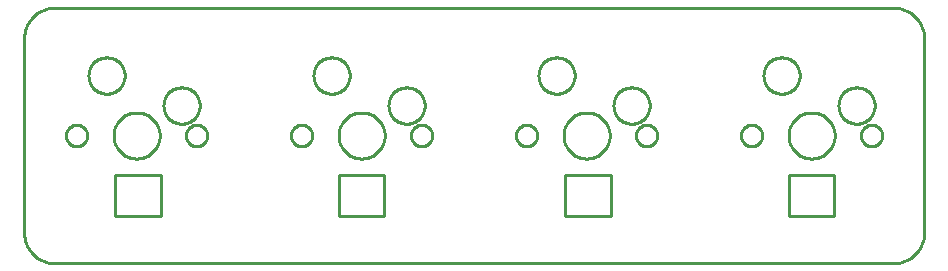
<source format=gbr>
G04 EAGLE Gerber RS-274X export*
G75*
%MOMM*%
%FSLAX34Y34*%
%LPD*%
%IN*%
%IPPOS*%
%AMOC8*
5,1,8,0,0,1.08239X$1,22.5*%
G01*
%ADD10C,0.254000*%


D10*
X0Y25400D02*
X97Y23186D01*
X386Y20989D01*
X865Y18826D01*
X1532Y16713D01*
X2380Y14666D01*
X3403Y12700D01*
X4594Y10831D01*
X5942Y9073D01*
X7440Y7440D01*
X9073Y5942D01*
X10831Y4594D01*
X12700Y3403D01*
X14666Y2380D01*
X16713Y1532D01*
X18826Y865D01*
X20989Y386D01*
X23186Y97D01*
X25400Y0D01*
X736600Y0D01*
X738814Y97D01*
X741011Y386D01*
X743174Y865D01*
X745287Y1532D01*
X747335Y2380D01*
X749300Y3403D01*
X751169Y4594D01*
X752927Y5942D01*
X754561Y7440D01*
X756058Y9073D01*
X757406Y10831D01*
X758597Y12700D01*
X759620Y14666D01*
X760468Y16713D01*
X761135Y18826D01*
X761614Y20989D01*
X761903Y23186D01*
X762000Y25400D01*
X762000Y190500D01*
X761903Y192714D01*
X761614Y194911D01*
X761135Y197074D01*
X760468Y199187D01*
X759620Y201235D01*
X758597Y203200D01*
X757406Y205069D01*
X756058Y206827D01*
X754561Y208461D01*
X752927Y209958D01*
X751169Y211306D01*
X749300Y212497D01*
X747335Y213520D01*
X745287Y214368D01*
X743174Y215035D01*
X741011Y215514D01*
X738814Y215803D01*
X736600Y215900D01*
X25400Y215900D01*
X23186Y215803D01*
X20989Y215514D01*
X18826Y215035D01*
X16713Y214368D01*
X14666Y213520D01*
X12700Y212497D01*
X10831Y211306D01*
X9073Y209958D01*
X7440Y208461D01*
X5942Y206827D01*
X4594Y205069D01*
X3403Y203200D01*
X2380Y201235D01*
X1532Y199187D01*
X865Y197074D01*
X386Y194911D01*
X97Y192714D01*
X0Y190500D01*
X0Y25400D01*
X77250Y39880D02*
X115790Y39880D01*
X115790Y74420D01*
X77250Y74420D01*
X77250Y39880D01*
X266480Y39880D02*
X305020Y39880D01*
X305020Y74420D01*
X266480Y74420D01*
X266480Y39880D01*
X647480Y39880D02*
X686020Y39880D01*
X686020Y74420D01*
X647480Y74420D01*
X647480Y39880D01*
X458250Y39880D02*
X496790Y39880D01*
X496790Y74420D01*
X458250Y74420D01*
X458250Y39880D01*
X75750Y107361D02*
X75821Y106184D01*
X75963Y105015D01*
X76176Y103855D01*
X76458Y102711D01*
X76808Y101586D01*
X77226Y100484D01*
X77710Y99410D01*
X78257Y98366D01*
X78867Y97358D01*
X79537Y96388D01*
X80263Y95460D01*
X81045Y94578D01*
X81878Y93745D01*
X82760Y92963D01*
X83688Y92237D01*
X84658Y91567D01*
X85666Y90957D01*
X86710Y90410D01*
X87784Y89926D01*
X88886Y89508D01*
X90011Y89158D01*
X91155Y88876D01*
X92315Y88663D01*
X93484Y88521D01*
X94661Y88450D01*
X95839Y88450D01*
X97016Y88521D01*
X98185Y88663D01*
X99345Y88876D01*
X100489Y89158D01*
X101614Y89508D01*
X102716Y89926D01*
X103790Y90410D01*
X104834Y90957D01*
X105842Y91567D01*
X106812Y92237D01*
X107740Y92963D01*
X108622Y93745D01*
X109455Y94578D01*
X110237Y95460D01*
X110963Y96388D01*
X111633Y97358D01*
X112243Y98366D01*
X112790Y99410D01*
X113274Y100484D01*
X113692Y101586D01*
X114042Y102711D01*
X114324Y103855D01*
X114537Y105015D01*
X114679Y106184D01*
X114750Y107361D01*
X114750Y108539D01*
X114679Y109716D01*
X114537Y110885D01*
X114324Y112045D01*
X114042Y113189D01*
X113692Y114314D01*
X113274Y115416D01*
X112790Y116490D01*
X112243Y117534D01*
X111633Y118542D01*
X110963Y119512D01*
X110237Y120440D01*
X109455Y121322D01*
X108622Y122155D01*
X107740Y122937D01*
X106812Y123663D01*
X105842Y124333D01*
X104834Y124943D01*
X103790Y125490D01*
X102716Y125974D01*
X101614Y126392D01*
X100489Y126742D01*
X99345Y127024D01*
X98185Y127237D01*
X97016Y127379D01*
X95839Y127450D01*
X94661Y127450D01*
X93484Y127379D01*
X92315Y127237D01*
X91155Y127024D01*
X90011Y126742D01*
X88886Y126392D01*
X87784Y125974D01*
X86710Y125490D01*
X85666Y124943D01*
X84658Y124333D01*
X83688Y123663D01*
X82760Y122937D01*
X81878Y122155D01*
X81045Y121322D01*
X80263Y120440D01*
X79537Y119512D01*
X78867Y118542D01*
X78257Y117534D01*
X77710Y116490D01*
X77226Y115416D01*
X76808Y114314D01*
X76458Y113189D01*
X76176Y112045D01*
X75963Y110885D01*
X75821Y109716D01*
X75750Y108539D01*
X75750Y107361D01*
X54533Y158203D02*
X54611Y157112D01*
X54766Y156029D01*
X54999Y154959D01*
X55307Y153910D01*
X55689Y152885D01*
X56144Y151889D01*
X56668Y150929D01*
X57260Y150009D01*
X57916Y149133D01*
X58632Y148306D01*
X59406Y147532D01*
X60233Y146816D01*
X61109Y146160D01*
X62029Y145568D01*
X62989Y145044D01*
X63985Y144589D01*
X65010Y144207D01*
X66059Y143899D01*
X67129Y143666D01*
X68212Y143511D01*
X69303Y143433D01*
X70397Y143433D01*
X71488Y143511D01*
X72571Y143666D01*
X73641Y143899D01*
X74690Y144207D01*
X75716Y144589D01*
X76711Y145044D01*
X77671Y145568D01*
X78592Y146160D01*
X79467Y146816D01*
X80294Y147532D01*
X81068Y148306D01*
X81784Y149133D01*
X82440Y150009D01*
X83032Y150929D01*
X83556Y151889D01*
X84011Y152885D01*
X84393Y153910D01*
X84701Y154959D01*
X84934Y156029D01*
X85089Y157112D01*
X85168Y158203D01*
X85168Y159297D01*
X85089Y160388D01*
X84934Y161471D01*
X84701Y162541D01*
X84393Y163590D01*
X84011Y164616D01*
X83556Y165611D01*
X83032Y166571D01*
X82440Y167492D01*
X81784Y168367D01*
X81068Y169194D01*
X80294Y169968D01*
X79467Y170684D01*
X78592Y171340D01*
X77671Y171932D01*
X76711Y172456D01*
X75716Y172911D01*
X74690Y173293D01*
X73641Y173601D01*
X72571Y173834D01*
X71488Y173989D01*
X70397Y174068D01*
X69303Y174068D01*
X68212Y173989D01*
X67129Y173834D01*
X66059Y173601D01*
X65010Y173293D01*
X63985Y172911D01*
X62989Y172456D01*
X62029Y171932D01*
X61109Y171340D01*
X60233Y170684D01*
X59406Y169968D01*
X58632Y169194D01*
X57916Y168367D01*
X57260Y167492D01*
X56668Y166571D01*
X56144Y165611D01*
X55689Y164616D01*
X55307Y163590D01*
X54999Y162541D01*
X54766Y161471D01*
X54611Y160388D01*
X54533Y159297D01*
X54533Y158203D01*
X118033Y132803D02*
X118111Y131712D01*
X118266Y130629D01*
X118499Y129559D01*
X118807Y128510D01*
X119189Y127485D01*
X119644Y126489D01*
X120168Y125529D01*
X120760Y124609D01*
X121416Y123733D01*
X122132Y122906D01*
X122906Y122132D01*
X123733Y121416D01*
X124609Y120760D01*
X125529Y120168D01*
X126489Y119644D01*
X127485Y119189D01*
X128510Y118807D01*
X129559Y118499D01*
X130629Y118266D01*
X131712Y118111D01*
X132803Y118033D01*
X133897Y118033D01*
X134988Y118111D01*
X136071Y118266D01*
X137141Y118499D01*
X138190Y118807D01*
X139216Y119189D01*
X140211Y119644D01*
X141171Y120168D01*
X142092Y120760D01*
X142967Y121416D01*
X143794Y122132D01*
X144568Y122906D01*
X145284Y123733D01*
X145940Y124609D01*
X146532Y125529D01*
X147056Y126489D01*
X147511Y127485D01*
X147893Y128510D01*
X148201Y129559D01*
X148434Y130629D01*
X148589Y131712D01*
X148668Y132803D01*
X148668Y133897D01*
X148589Y134988D01*
X148434Y136071D01*
X148201Y137141D01*
X147893Y138190D01*
X147511Y139216D01*
X147056Y140211D01*
X146532Y141171D01*
X145940Y142092D01*
X145284Y142967D01*
X144568Y143794D01*
X143794Y144568D01*
X142967Y145284D01*
X142092Y145940D01*
X141171Y146532D01*
X140211Y147056D01*
X139216Y147511D01*
X138190Y147893D01*
X137141Y148201D01*
X136071Y148434D01*
X134988Y148589D01*
X133897Y148668D01*
X132803Y148668D01*
X131712Y148589D01*
X130629Y148434D01*
X129559Y148201D01*
X128510Y147893D01*
X127485Y147511D01*
X126489Y147056D01*
X125529Y146532D01*
X124609Y145940D01*
X123733Y145284D01*
X122906Y144568D01*
X122132Y143794D01*
X121416Y142967D01*
X120760Y142092D01*
X120168Y141171D01*
X119644Y140211D01*
X119189Y139216D01*
X118807Y138190D01*
X118499Y137141D01*
X118266Y136071D01*
X118111Y134988D01*
X118033Y133897D01*
X118033Y132803D01*
X35383Y107554D02*
X35452Y106765D01*
X35589Y105986D01*
X35794Y105221D01*
X36065Y104477D01*
X36399Y103759D01*
X36795Y103073D01*
X37249Y102425D01*
X37758Y101818D01*
X38318Y101258D01*
X38925Y100749D01*
X39573Y100295D01*
X40259Y99899D01*
X40977Y99565D01*
X41721Y99294D01*
X42486Y99089D01*
X43265Y98952D01*
X44054Y98883D01*
X44846Y98883D01*
X45635Y98952D01*
X46414Y99089D01*
X47179Y99294D01*
X47923Y99565D01*
X48641Y99899D01*
X49327Y100295D01*
X49975Y100749D01*
X50582Y101258D01*
X51142Y101818D01*
X51651Y102425D01*
X52105Y103073D01*
X52501Y103759D01*
X52835Y104477D01*
X53106Y105221D01*
X53311Y105986D01*
X53449Y106765D01*
X53518Y107554D01*
X53518Y108346D01*
X53449Y109135D01*
X53311Y109914D01*
X53106Y110679D01*
X52835Y111423D01*
X52501Y112141D01*
X52105Y112827D01*
X51651Y113475D01*
X51142Y114082D01*
X50582Y114642D01*
X49975Y115151D01*
X49327Y115605D01*
X48641Y116001D01*
X47923Y116335D01*
X47179Y116606D01*
X46414Y116811D01*
X45635Y116949D01*
X44846Y117018D01*
X44054Y117018D01*
X43265Y116949D01*
X42486Y116811D01*
X41721Y116606D01*
X40977Y116335D01*
X40259Y116001D01*
X39573Y115605D01*
X38925Y115151D01*
X38318Y114642D01*
X37758Y114082D01*
X37249Y113475D01*
X36795Y112827D01*
X36399Y112141D01*
X36065Y111423D01*
X35794Y110679D01*
X35589Y109914D01*
X35452Y109135D01*
X35383Y108346D01*
X35383Y107554D01*
X136983Y107554D02*
X137052Y106765D01*
X137189Y105986D01*
X137394Y105221D01*
X137665Y104477D01*
X137999Y103759D01*
X138395Y103073D01*
X138849Y102425D01*
X139358Y101818D01*
X139918Y101258D01*
X140525Y100749D01*
X141173Y100295D01*
X141859Y99899D01*
X142577Y99565D01*
X143321Y99294D01*
X144086Y99089D01*
X144865Y98952D01*
X145654Y98883D01*
X146446Y98883D01*
X147235Y98952D01*
X148014Y99089D01*
X148779Y99294D01*
X149523Y99565D01*
X150241Y99899D01*
X150927Y100295D01*
X151575Y100749D01*
X152182Y101258D01*
X152742Y101818D01*
X153251Y102425D01*
X153705Y103073D01*
X154101Y103759D01*
X154435Y104477D01*
X154706Y105221D01*
X154911Y105986D01*
X155049Y106765D01*
X155118Y107554D01*
X155118Y108346D01*
X155049Y109135D01*
X154911Y109914D01*
X154706Y110679D01*
X154435Y111423D01*
X154101Y112141D01*
X153705Y112827D01*
X153251Y113475D01*
X152742Y114082D01*
X152182Y114642D01*
X151575Y115151D01*
X150927Y115605D01*
X150241Y116001D01*
X149523Y116335D01*
X148779Y116606D01*
X148014Y116811D01*
X147235Y116949D01*
X146446Y117018D01*
X145654Y117018D01*
X144865Y116949D01*
X144086Y116811D01*
X143321Y116606D01*
X142577Y116335D01*
X141859Y116001D01*
X141173Y115605D01*
X140525Y115151D01*
X139918Y114642D01*
X139358Y114082D01*
X138849Y113475D01*
X138395Y112827D01*
X137999Y112141D01*
X137665Y111423D01*
X137394Y110679D01*
X137189Y109914D01*
X137052Y109135D01*
X136983Y108346D01*
X136983Y107554D01*
X266250Y107361D02*
X266321Y106184D01*
X266463Y105015D01*
X266676Y103855D01*
X266958Y102711D01*
X267308Y101586D01*
X267726Y100484D01*
X268210Y99410D01*
X268757Y98366D01*
X269367Y97358D01*
X270037Y96388D01*
X270763Y95460D01*
X271545Y94578D01*
X272378Y93745D01*
X273260Y92963D01*
X274188Y92237D01*
X275158Y91567D01*
X276166Y90957D01*
X277210Y90410D01*
X278284Y89926D01*
X279386Y89508D01*
X280511Y89158D01*
X281655Y88876D01*
X282815Y88663D01*
X283984Y88521D01*
X285161Y88450D01*
X286339Y88450D01*
X287516Y88521D01*
X288685Y88663D01*
X289845Y88876D01*
X290989Y89158D01*
X292114Y89508D01*
X293216Y89926D01*
X294290Y90410D01*
X295334Y90957D01*
X296342Y91567D01*
X297312Y92237D01*
X298240Y92963D01*
X299122Y93745D01*
X299955Y94578D01*
X300737Y95460D01*
X301463Y96388D01*
X302133Y97358D01*
X302743Y98366D01*
X303290Y99410D01*
X303774Y100484D01*
X304192Y101586D01*
X304542Y102711D01*
X304824Y103855D01*
X305037Y105015D01*
X305179Y106184D01*
X305250Y107361D01*
X305250Y108539D01*
X305179Y109716D01*
X305037Y110885D01*
X304824Y112045D01*
X304542Y113189D01*
X304192Y114314D01*
X303774Y115416D01*
X303290Y116490D01*
X302743Y117534D01*
X302133Y118542D01*
X301463Y119512D01*
X300737Y120440D01*
X299955Y121322D01*
X299122Y122155D01*
X298240Y122937D01*
X297312Y123663D01*
X296342Y124333D01*
X295334Y124943D01*
X294290Y125490D01*
X293216Y125974D01*
X292114Y126392D01*
X290989Y126742D01*
X289845Y127024D01*
X288685Y127237D01*
X287516Y127379D01*
X286339Y127450D01*
X285161Y127450D01*
X283984Y127379D01*
X282815Y127237D01*
X281655Y127024D01*
X280511Y126742D01*
X279386Y126392D01*
X278284Y125974D01*
X277210Y125490D01*
X276166Y124943D01*
X275158Y124333D01*
X274188Y123663D01*
X273260Y122937D01*
X272378Y122155D01*
X271545Y121322D01*
X270763Y120440D01*
X270037Y119512D01*
X269367Y118542D01*
X268757Y117534D01*
X268210Y116490D01*
X267726Y115416D01*
X267308Y114314D01*
X266958Y113189D01*
X266676Y112045D01*
X266463Y110885D01*
X266321Y109716D01*
X266250Y108539D01*
X266250Y107361D01*
X245033Y158203D02*
X245111Y157112D01*
X245266Y156029D01*
X245499Y154959D01*
X245807Y153910D01*
X246189Y152885D01*
X246644Y151889D01*
X247168Y150929D01*
X247760Y150009D01*
X248416Y149133D01*
X249132Y148306D01*
X249906Y147532D01*
X250733Y146816D01*
X251609Y146160D01*
X252529Y145568D01*
X253489Y145044D01*
X254485Y144589D01*
X255510Y144207D01*
X256559Y143899D01*
X257629Y143666D01*
X258712Y143511D01*
X259803Y143433D01*
X260897Y143433D01*
X261988Y143511D01*
X263071Y143666D01*
X264141Y143899D01*
X265190Y144207D01*
X266216Y144589D01*
X267211Y145044D01*
X268171Y145568D01*
X269092Y146160D01*
X269967Y146816D01*
X270794Y147532D01*
X271568Y148306D01*
X272284Y149133D01*
X272940Y150009D01*
X273532Y150929D01*
X274056Y151889D01*
X274511Y152885D01*
X274893Y153910D01*
X275201Y154959D01*
X275434Y156029D01*
X275589Y157112D01*
X275668Y158203D01*
X275668Y159297D01*
X275589Y160388D01*
X275434Y161471D01*
X275201Y162541D01*
X274893Y163590D01*
X274511Y164616D01*
X274056Y165611D01*
X273532Y166571D01*
X272940Y167492D01*
X272284Y168367D01*
X271568Y169194D01*
X270794Y169968D01*
X269967Y170684D01*
X269092Y171340D01*
X268171Y171932D01*
X267211Y172456D01*
X266216Y172911D01*
X265190Y173293D01*
X264141Y173601D01*
X263071Y173834D01*
X261988Y173989D01*
X260897Y174068D01*
X259803Y174068D01*
X258712Y173989D01*
X257629Y173834D01*
X256559Y173601D01*
X255510Y173293D01*
X254485Y172911D01*
X253489Y172456D01*
X252529Y171932D01*
X251609Y171340D01*
X250733Y170684D01*
X249906Y169968D01*
X249132Y169194D01*
X248416Y168367D01*
X247760Y167492D01*
X247168Y166571D01*
X246644Y165611D01*
X246189Y164616D01*
X245807Y163590D01*
X245499Y162541D01*
X245266Y161471D01*
X245111Y160388D01*
X245033Y159297D01*
X245033Y158203D01*
X308533Y132803D02*
X308611Y131712D01*
X308766Y130629D01*
X308999Y129559D01*
X309307Y128510D01*
X309689Y127485D01*
X310144Y126489D01*
X310668Y125529D01*
X311260Y124609D01*
X311916Y123733D01*
X312632Y122906D01*
X313406Y122132D01*
X314233Y121416D01*
X315109Y120760D01*
X316029Y120168D01*
X316989Y119644D01*
X317985Y119189D01*
X319010Y118807D01*
X320059Y118499D01*
X321129Y118266D01*
X322212Y118111D01*
X323303Y118033D01*
X324397Y118033D01*
X325488Y118111D01*
X326571Y118266D01*
X327641Y118499D01*
X328690Y118807D01*
X329716Y119189D01*
X330711Y119644D01*
X331671Y120168D01*
X332592Y120760D01*
X333467Y121416D01*
X334294Y122132D01*
X335068Y122906D01*
X335784Y123733D01*
X336440Y124609D01*
X337032Y125529D01*
X337556Y126489D01*
X338011Y127485D01*
X338393Y128510D01*
X338701Y129559D01*
X338934Y130629D01*
X339089Y131712D01*
X339168Y132803D01*
X339168Y133897D01*
X339089Y134988D01*
X338934Y136071D01*
X338701Y137141D01*
X338393Y138190D01*
X338011Y139216D01*
X337556Y140211D01*
X337032Y141171D01*
X336440Y142092D01*
X335784Y142967D01*
X335068Y143794D01*
X334294Y144568D01*
X333467Y145284D01*
X332592Y145940D01*
X331671Y146532D01*
X330711Y147056D01*
X329716Y147511D01*
X328690Y147893D01*
X327641Y148201D01*
X326571Y148434D01*
X325488Y148589D01*
X324397Y148668D01*
X323303Y148668D01*
X322212Y148589D01*
X321129Y148434D01*
X320059Y148201D01*
X319010Y147893D01*
X317985Y147511D01*
X316989Y147056D01*
X316029Y146532D01*
X315109Y145940D01*
X314233Y145284D01*
X313406Y144568D01*
X312632Y143794D01*
X311916Y142967D01*
X311260Y142092D01*
X310668Y141171D01*
X310144Y140211D01*
X309689Y139216D01*
X309307Y138190D01*
X308999Y137141D01*
X308766Y136071D01*
X308611Y134988D01*
X308533Y133897D01*
X308533Y132803D01*
X225883Y107554D02*
X225952Y106765D01*
X226089Y105986D01*
X226294Y105221D01*
X226565Y104477D01*
X226899Y103759D01*
X227295Y103073D01*
X227749Y102425D01*
X228258Y101818D01*
X228818Y101258D01*
X229425Y100749D01*
X230073Y100295D01*
X230759Y99899D01*
X231477Y99565D01*
X232221Y99294D01*
X232986Y99089D01*
X233765Y98952D01*
X234554Y98883D01*
X235346Y98883D01*
X236135Y98952D01*
X236914Y99089D01*
X237679Y99294D01*
X238423Y99565D01*
X239141Y99899D01*
X239827Y100295D01*
X240475Y100749D01*
X241082Y101258D01*
X241642Y101818D01*
X242151Y102425D01*
X242605Y103073D01*
X243001Y103759D01*
X243335Y104477D01*
X243606Y105221D01*
X243811Y105986D01*
X243949Y106765D01*
X244018Y107554D01*
X244018Y108346D01*
X243949Y109135D01*
X243811Y109914D01*
X243606Y110679D01*
X243335Y111423D01*
X243001Y112141D01*
X242605Y112827D01*
X242151Y113475D01*
X241642Y114082D01*
X241082Y114642D01*
X240475Y115151D01*
X239827Y115605D01*
X239141Y116001D01*
X238423Y116335D01*
X237679Y116606D01*
X236914Y116811D01*
X236135Y116949D01*
X235346Y117018D01*
X234554Y117018D01*
X233765Y116949D01*
X232986Y116811D01*
X232221Y116606D01*
X231477Y116335D01*
X230759Y116001D01*
X230073Y115605D01*
X229425Y115151D01*
X228818Y114642D01*
X228258Y114082D01*
X227749Y113475D01*
X227295Y112827D01*
X226899Y112141D01*
X226565Y111423D01*
X226294Y110679D01*
X226089Y109914D01*
X225952Y109135D01*
X225883Y108346D01*
X225883Y107554D01*
X327483Y107554D02*
X327552Y106765D01*
X327689Y105986D01*
X327894Y105221D01*
X328165Y104477D01*
X328499Y103759D01*
X328895Y103073D01*
X329349Y102425D01*
X329858Y101818D01*
X330418Y101258D01*
X331025Y100749D01*
X331673Y100295D01*
X332359Y99899D01*
X333077Y99565D01*
X333821Y99294D01*
X334586Y99089D01*
X335365Y98952D01*
X336154Y98883D01*
X336946Y98883D01*
X337735Y98952D01*
X338514Y99089D01*
X339279Y99294D01*
X340023Y99565D01*
X340741Y99899D01*
X341427Y100295D01*
X342075Y100749D01*
X342682Y101258D01*
X343242Y101818D01*
X343751Y102425D01*
X344205Y103073D01*
X344601Y103759D01*
X344935Y104477D01*
X345206Y105221D01*
X345411Y105986D01*
X345549Y106765D01*
X345618Y107554D01*
X345618Y108346D01*
X345549Y109135D01*
X345411Y109914D01*
X345206Y110679D01*
X344935Y111423D01*
X344601Y112141D01*
X344205Y112827D01*
X343751Y113475D01*
X343242Y114082D01*
X342682Y114642D01*
X342075Y115151D01*
X341427Y115605D01*
X340741Y116001D01*
X340023Y116335D01*
X339279Y116606D01*
X338514Y116811D01*
X337735Y116949D01*
X336946Y117018D01*
X336154Y117018D01*
X335365Y116949D01*
X334586Y116811D01*
X333821Y116606D01*
X333077Y116335D01*
X332359Y116001D01*
X331673Y115605D01*
X331025Y115151D01*
X330418Y114642D01*
X329858Y114082D01*
X329349Y113475D01*
X328895Y112827D01*
X328499Y112141D01*
X328165Y111423D01*
X327894Y110679D01*
X327689Y109914D01*
X327552Y109135D01*
X327483Y108346D01*
X327483Y107554D01*
X456750Y107361D02*
X456821Y106184D01*
X456963Y105015D01*
X457176Y103855D01*
X457458Y102711D01*
X457808Y101586D01*
X458226Y100484D01*
X458710Y99410D01*
X459257Y98366D01*
X459867Y97358D01*
X460537Y96388D01*
X461263Y95460D01*
X462045Y94578D01*
X462878Y93745D01*
X463760Y92963D01*
X464688Y92237D01*
X465658Y91567D01*
X466666Y90957D01*
X467710Y90410D01*
X468784Y89926D01*
X469886Y89508D01*
X471011Y89158D01*
X472155Y88876D01*
X473315Y88663D01*
X474484Y88521D01*
X475661Y88450D01*
X476839Y88450D01*
X478016Y88521D01*
X479185Y88663D01*
X480345Y88876D01*
X481489Y89158D01*
X482614Y89508D01*
X483716Y89926D01*
X484790Y90410D01*
X485834Y90957D01*
X486842Y91567D01*
X487812Y92237D01*
X488740Y92963D01*
X489622Y93745D01*
X490455Y94578D01*
X491237Y95460D01*
X491963Y96388D01*
X492633Y97358D01*
X493243Y98366D01*
X493790Y99410D01*
X494274Y100484D01*
X494692Y101586D01*
X495042Y102711D01*
X495324Y103855D01*
X495537Y105015D01*
X495679Y106184D01*
X495750Y107361D01*
X495750Y108539D01*
X495679Y109716D01*
X495537Y110885D01*
X495324Y112045D01*
X495042Y113189D01*
X494692Y114314D01*
X494274Y115416D01*
X493790Y116490D01*
X493243Y117534D01*
X492633Y118542D01*
X491963Y119512D01*
X491237Y120440D01*
X490455Y121322D01*
X489622Y122155D01*
X488740Y122937D01*
X487812Y123663D01*
X486842Y124333D01*
X485834Y124943D01*
X484790Y125490D01*
X483716Y125974D01*
X482614Y126392D01*
X481489Y126742D01*
X480345Y127024D01*
X479185Y127237D01*
X478016Y127379D01*
X476839Y127450D01*
X475661Y127450D01*
X474484Y127379D01*
X473315Y127237D01*
X472155Y127024D01*
X471011Y126742D01*
X469886Y126392D01*
X468784Y125974D01*
X467710Y125490D01*
X466666Y124943D01*
X465658Y124333D01*
X464688Y123663D01*
X463760Y122937D01*
X462878Y122155D01*
X462045Y121322D01*
X461263Y120440D01*
X460537Y119512D01*
X459867Y118542D01*
X459257Y117534D01*
X458710Y116490D01*
X458226Y115416D01*
X457808Y114314D01*
X457458Y113189D01*
X457176Y112045D01*
X456963Y110885D01*
X456821Y109716D01*
X456750Y108539D01*
X456750Y107361D01*
X435533Y158203D02*
X435611Y157112D01*
X435766Y156029D01*
X435999Y154959D01*
X436307Y153910D01*
X436689Y152885D01*
X437144Y151889D01*
X437668Y150929D01*
X438260Y150009D01*
X438916Y149133D01*
X439632Y148306D01*
X440406Y147532D01*
X441233Y146816D01*
X442109Y146160D01*
X443029Y145568D01*
X443989Y145044D01*
X444985Y144589D01*
X446010Y144207D01*
X447059Y143899D01*
X448129Y143666D01*
X449212Y143511D01*
X450303Y143433D01*
X451397Y143433D01*
X452488Y143511D01*
X453571Y143666D01*
X454641Y143899D01*
X455690Y144207D01*
X456716Y144589D01*
X457711Y145044D01*
X458671Y145568D01*
X459592Y146160D01*
X460467Y146816D01*
X461294Y147532D01*
X462068Y148306D01*
X462784Y149133D01*
X463440Y150009D01*
X464032Y150929D01*
X464556Y151889D01*
X465011Y152885D01*
X465393Y153910D01*
X465701Y154959D01*
X465934Y156029D01*
X466089Y157112D01*
X466168Y158203D01*
X466168Y159297D01*
X466089Y160388D01*
X465934Y161471D01*
X465701Y162541D01*
X465393Y163590D01*
X465011Y164616D01*
X464556Y165611D01*
X464032Y166571D01*
X463440Y167492D01*
X462784Y168367D01*
X462068Y169194D01*
X461294Y169968D01*
X460467Y170684D01*
X459592Y171340D01*
X458671Y171932D01*
X457711Y172456D01*
X456716Y172911D01*
X455690Y173293D01*
X454641Y173601D01*
X453571Y173834D01*
X452488Y173989D01*
X451397Y174068D01*
X450303Y174068D01*
X449212Y173989D01*
X448129Y173834D01*
X447059Y173601D01*
X446010Y173293D01*
X444985Y172911D01*
X443989Y172456D01*
X443029Y171932D01*
X442109Y171340D01*
X441233Y170684D01*
X440406Y169968D01*
X439632Y169194D01*
X438916Y168367D01*
X438260Y167492D01*
X437668Y166571D01*
X437144Y165611D01*
X436689Y164616D01*
X436307Y163590D01*
X435999Y162541D01*
X435766Y161471D01*
X435611Y160388D01*
X435533Y159297D01*
X435533Y158203D01*
X499033Y132803D02*
X499111Y131712D01*
X499266Y130629D01*
X499499Y129559D01*
X499807Y128510D01*
X500189Y127485D01*
X500644Y126489D01*
X501168Y125529D01*
X501760Y124609D01*
X502416Y123733D01*
X503132Y122906D01*
X503906Y122132D01*
X504733Y121416D01*
X505609Y120760D01*
X506529Y120168D01*
X507489Y119644D01*
X508485Y119189D01*
X509510Y118807D01*
X510559Y118499D01*
X511629Y118266D01*
X512712Y118111D01*
X513803Y118033D01*
X514897Y118033D01*
X515988Y118111D01*
X517071Y118266D01*
X518141Y118499D01*
X519190Y118807D01*
X520216Y119189D01*
X521211Y119644D01*
X522171Y120168D01*
X523092Y120760D01*
X523967Y121416D01*
X524794Y122132D01*
X525568Y122906D01*
X526284Y123733D01*
X526940Y124609D01*
X527532Y125529D01*
X528056Y126489D01*
X528511Y127485D01*
X528893Y128510D01*
X529201Y129559D01*
X529434Y130629D01*
X529589Y131712D01*
X529668Y132803D01*
X529668Y133897D01*
X529589Y134988D01*
X529434Y136071D01*
X529201Y137141D01*
X528893Y138190D01*
X528511Y139216D01*
X528056Y140211D01*
X527532Y141171D01*
X526940Y142092D01*
X526284Y142967D01*
X525568Y143794D01*
X524794Y144568D01*
X523967Y145284D01*
X523092Y145940D01*
X522171Y146532D01*
X521211Y147056D01*
X520216Y147511D01*
X519190Y147893D01*
X518141Y148201D01*
X517071Y148434D01*
X515988Y148589D01*
X514897Y148668D01*
X513803Y148668D01*
X512712Y148589D01*
X511629Y148434D01*
X510559Y148201D01*
X509510Y147893D01*
X508485Y147511D01*
X507489Y147056D01*
X506529Y146532D01*
X505609Y145940D01*
X504733Y145284D01*
X503906Y144568D01*
X503132Y143794D01*
X502416Y142967D01*
X501760Y142092D01*
X501168Y141171D01*
X500644Y140211D01*
X500189Y139216D01*
X499807Y138190D01*
X499499Y137141D01*
X499266Y136071D01*
X499111Y134988D01*
X499033Y133897D01*
X499033Y132803D01*
X416383Y107554D02*
X416452Y106765D01*
X416589Y105986D01*
X416794Y105221D01*
X417065Y104477D01*
X417399Y103759D01*
X417795Y103073D01*
X418249Y102425D01*
X418758Y101818D01*
X419318Y101258D01*
X419925Y100749D01*
X420573Y100295D01*
X421259Y99899D01*
X421977Y99565D01*
X422721Y99294D01*
X423486Y99089D01*
X424265Y98952D01*
X425054Y98883D01*
X425846Y98883D01*
X426635Y98952D01*
X427414Y99089D01*
X428179Y99294D01*
X428923Y99565D01*
X429641Y99899D01*
X430327Y100295D01*
X430975Y100749D01*
X431582Y101258D01*
X432142Y101818D01*
X432651Y102425D01*
X433105Y103073D01*
X433501Y103759D01*
X433835Y104477D01*
X434106Y105221D01*
X434311Y105986D01*
X434449Y106765D01*
X434518Y107554D01*
X434518Y108346D01*
X434449Y109135D01*
X434311Y109914D01*
X434106Y110679D01*
X433835Y111423D01*
X433501Y112141D01*
X433105Y112827D01*
X432651Y113475D01*
X432142Y114082D01*
X431582Y114642D01*
X430975Y115151D01*
X430327Y115605D01*
X429641Y116001D01*
X428923Y116335D01*
X428179Y116606D01*
X427414Y116811D01*
X426635Y116949D01*
X425846Y117018D01*
X425054Y117018D01*
X424265Y116949D01*
X423486Y116811D01*
X422721Y116606D01*
X421977Y116335D01*
X421259Y116001D01*
X420573Y115605D01*
X419925Y115151D01*
X419318Y114642D01*
X418758Y114082D01*
X418249Y113475D01*
X417795Y112827D01*
X417399Y112141D01*
X417065Y111423D01*
X416794Y110679D01*
X416589Y109914D01*
X416452Y109135D01*
X416383Y108346D01*
X416383Y107554D01*
X517983Y107554D02*
X518052Y106765D01*
X518189Y105986D01*
X518394Y105221D01*
X518665Y104477D01*
X518999Y103759D01*
X519395Y103073D01*
X519849Y102425D01*
X520358Y101818D01*
X520918Y101258D01*
X521525Y100749D01*
X522173Y100295D01*
X522859Y99899D01*
X523577Y99565D01*
X524321Y99294D01*
X525086Y99089D01*
X525865Y98952D01*
X526654Y98883D01*
X527446Y98883D01*
X528235Y98952D01*
X529014Y99089D01*
X529779Y99294D01*
X530523Y99565D01*
X531241Y99899D01*
X531927Y100295D01*
X532575Y100749D01*
X533182Y101258D01*
X533742Y101818D01*
X534251Y102425D01*
X534705Y103073D01*
X535101Y103759D01*
X535435Y104477D01*
X535706Y105221D01*
X535911Y105986D01*
X536049Y106765D01*
X536118Y107554D01*
X536118Y108346D01*
X536049Y109135D01*
X535911Y109914D01*
X535706Y110679D01*
X535435Y111423D01*
X535101Y112141D01*
X534705Y112827D01*
X534251Y113475D01*
X533742Y114082D01*
X533182Y114642D01*
X532575Y115151D01*
X531927Y115605D01*
X531241Y116001D01*
X530523Y116335D01*
X529779Y116606D01*
X529014Y116811D01*
X528235Y116949D01*
X527446Y117018D01*
X526654Y117018D01*
X525865Y116949D01*
X525086Y116811D01*
X524321Y116606D01*
X523577Y116335D01*
X522859Y116001D01*
X522173Y115605D01*
X521525Y115151D01*
X520918Y114642D01*
X520358Y114082D01*
X519849Y113475D01*
X519395Y112827D01*
X518999Y112141D01*
X518665Y111423D01*
X518394Y110679D01*
X518189Y109914D01*
X518052Y109135D01*
X517983Y108346D01*
X517983Y107554D01*
X647250Y107361D02*
X647321Y106184D01*
X647463Y105015D01*
X647676Y103855D01*
X647958Y102711D01*
X648308Y101586D01*
X648726Y100484D01*
X649210Y99410D01*
X649757Y98366D01*
X650367Y97358D01*
X651037Y96388D01*
X651763Y95460D01*
X652545Y94578D01*
X653378Y93745D01*
X654260Y92963D01*
X655188Y92237D01*
X656158Y91567D01*
X657166Y90957D01*
X658210Y90410D01*
X659284Y89926D01*
X660386Y89508D01*
X661511Y89158D01*
X662655Y88876D01*
X663815Y88663D01*
X664984Y88521D01*
X666161Y88450D01*
X667339Y88450D01*
X668516Y88521D01*
X669685Y88663D01*
X670845Y88876D01*
X671989Y89158D01*
X673114Y89508D01*
X674216Y89926D01*
X675290Y90410D01*
X676334Y90957D01*
X677342Y91567D01*
X678312Y92237D01*
X679240Y92963D01*
X680122Y93745D01*
X680955Y94578D01*
X681737Y95460D01*
X682463Y96388D01*
X683133Y97358D01*
X683743Y98366D01*
X684290Y99410D01*
X684774Y100484D01*
X685192Y101586D01*
X685542Y102711D01*
X685824Y103855D01*
X686037Y105015D01*
X686179Y106184D01*
X686250Y107361D01*
X686250Y108539D01*
X686179Y109716D01*
X686037Y110885D01*
X685824Y112045D01*
X685542Y113189D01*
X685192Y114314D01*
X684774Y115416D01*
X684290Y116490D01*
X683743Y117534D01*
X683133Y118542D01*
X682463Y119512D01*
X681737Y120440D01*
X680955Y121322D01*
X680122Y122155D01*
X679240Y122937D01*
X678312Y123663D01*
X677342Y124333D01*
X676334Y124943D01*
X675290Y125490D01*
X674216Y125974D01*
X673114Y126392D01*
X671989Y126742D01*
X670845Y127024D01*
X669685Y127237D01*
X668516Y127379D01*
X667339Y127450D01*
X666161Y127450D01*
X664984Y127379D01*
X663815Y127237D01*
X662655Y127024D01*
X661511Y126742D01*
X660386Y126392D01*
X659284Y125974D01*
X658210Y125490D01*
X657166Y124943D01*
X656158Y124333D01*
X655188Y123663D01*
X654260Y122937D01*
X653378Y122155D01*
X652545Y121322D01*
X651763Y120440D01*
X651037Y119512D01*
X650367Y118542D01*
X649757Y117534D01*
X649210Y116490D01*
X648726Y115416D01*
X648308Y114314D01*
X647958Y113189D01*
X647676Y112045D01*
X647463Y110885D01*
X647321Y109716D01*
X647250Y108539D01*
X647250Y107361D01*
X626033Y158203D02*
X626111Y157112D01*
X626266Y156029D01*
X626499Y154959D01*
X626807Y153910D01*
X627189Y152885D01*
X627644Y151889D01*
X628168Y150929D01*
X628760Y150009D01*
X629416Y149133D01*
X630132Y148306D01*
X630906Y147532D01*
X631733Y146816D01*
X632609Y146160D01*
X633529Y145568D01*
X634489Y145044D01*
X635485Y144589D01*
X636510Y144207D01*
X637559Y143899D01*
X638629Y143666D01*
X639712Y143511D01*
X640803Y143433D01*
X641897Y143433D01*
X642988Y143511D01*
X644071Y143666D01*
X645141Y143899D01*
X646190Y144207D01*
X647216Y144589D01*
X648211Y145044D01*
X649171Y145568D01*
X650092Y146160D01*
X650967Y146816D01*
X651794Y147532D01*
X652568Y148306D01*
X653284Y149133D01*
X653940Y150009D01*
X654532Y150929D01*
X655056Y151889D01*
X655511Y152885D01*
X655893Y153910D01*
X656201Y154959D01*
X656434Y156029D01*
X656589Y157112D01*
X656668Y158203D01*
X656668Y159297D01*
X656589Y160388D01*
X656434Y161471D01*
X656201Y162541D01*
X655893Y163590D01*
X655511Y164616D01*
X655056Y165611D01*
X654532Y166571D01*
X653940Y167492D01*
X653284Y168367D01*
X652568Y169194D01*
X651794Y169968D01*
X650967Y170684D01*
X650092Y171340D01*
X649171Y171932D01*
X648211Y172456D01*
X647216Y172911D01*
X646190Y173293D01*
X645141Y173601D01*
X644071Y173834D01*
X642988Y173989D01*
X641897Y174068D01*
X640803Y174068D01*
X639712Y173989D01*
X638629Y173834D01*
X637559Y173601D01*
X636510Y173293D01*
X635485Y172911D01*
X634489Y172456D01*
X633529Y171932D01*
X632609Y171340D01*
X631733Y170684D01*
X630906Y169968D01*
X630132Y169194D01*
X629416Y168367D01*
X628760Y167492D01*
X628168Y166571D01*
X627644Y165611D01*
X627189Y164616D01*
X626807Y163590D01*
X626499Y162541D01*
X626266Y161471D01*
X626111Y160388D01*
X626033Y159297D01*
X626033Y158203D01*
X689533Y132803D02*
X689611Y131712D01*
X689766Y130629D01*
X689999Y129559D01*
X690307Y128510D01*
X690689Y127485D01*
X691144Y126489D01*
X691668Y125529D01*
X692260Y124609D01*
X692916Y123733D01*
X693632Y122906D01*
X694406Y122132D01*
X695233Y121416D01*
X696109Y120760D01*
X697029Y120168D01*
X697989Y119644D01*
X698985Y119189D01*
X700010Y118807D01*
X701059Y118499D01*
X702129Y118266D01*
X703212Y118111D01*
X704303Y118033D01*
X705397Y118033D01*
X706488Y118111D01*
X707571Y118266D01*
X708641Y118499D01*
X709690Y118807D01*
X710716Y119189D01*
X711711Y119644D01*
X712671Y120168D01*
X713592Y120760D01*
X714467Y121416D01*
X715294Y122132D01*
X716068Y122906D01*
X716784Y123733D01*
X717440Y124609D01*
X718032Y125529D01*
X718556Y126489D01*
X719011Y127485D01*
X719393Y128510D01*
X719701Y129559D01*
X719934Y130629D01*
X720089Y131712D01*
X720168Y132803D01*
X720168Y133897D01*
X720089Y134988D01*
X719934Y136071D01*
X719701Y137141D01*
X719393Y138190D01*
X719011Y139216D01*
X718556Y140211D01*
X718032Y141171D01*
X717440Y142092D01*
X716784Y142967D01*
X716068Y143794D01*
X715294Y144568D01*
X714467Y145284D01*
X713592Y145940D01*
X712671Y146532D01*
X711711Y147056D01*
X710716Y147511D01*
X709690Y147893D01*
X708641Y148201D01*
X707571Y148434D01*
X706488Y148589D01*
X705397Y148668D01*
X704303Y148668D01*
X703212Y148589D01*
X702129Y148434D01*
X701059Y148201D01*
X700010Y147893D01*
X698985Y147511D01*
X697989Y147056D01*
X697029Y146532D01*
X696109Y145940D01*
X695233Y145284D01*
X694406Y144568D01*
X693632Y143794D01*
X692916Y142967D01*
X692260Y142092D01*
X691668Y141171D01*
X691144Y140211D01*
X690689Y139216D01*
X690307Y138190D01*
X689999Y137141D01*
X689766Y136071D01*
X689611Y134988D01*
X689533Y133897D01*
X689533Y132803D01*
X606883Y107554D02*
X606952Y106765D01*
X607089Y105986D01*
X607294Y105221D01*
X607565Y104477D01*
X607899Y103759D01*
X608295Y103073D01*
X608749Y102425D01*
X609258Y101818D01*
X609818Y101258D01*
X610425Y100749D01*
X611073Y100295D01*
X611759Y99899D01*
X612477Y99565D01*
X613221Y99294D01*
X613986Y99089D01*
X614765Y98952D01*
X615554Y98883D01*
X616346Y98883D01*
X617135Y98952D01*
X617914Y99089D01*
X618679Y99294D01*
X619423Y99565D01*
X620141Y99899D01*
X620827Y100295D01*
X621475Y100749D01*
X622082Y101258D01*
X622642Y101818D01*
X623151Y102425D01*
X623605Y103073D01*
X624001Y103759D01*
X624335Y104477D01*
X624606Y105221D01*
X624811Y105986D01*
X624949Y106765D01*
X625018Y107554D01*
X625018Y108346D01*
X624949Y109135D01*
X624811Y109914D01*
X624606Y110679D01*
X624335Y111423D01*
X624001Y112141D01*
X623605Y112827D01*
X623151Y113475D01*
X622642Y114082D01*
X622082Y114642D01*
X621475Y115151D01*
X620827Y115605D01*
X620141Y116001D01*
X619423Y116335D01*
X618679Y116606D01*
X617914Y116811D01*
X617135Y116949D01*
X616346Y117018D01*
X615554Y117018D01*
X614765Y116949D01*
X613986Y116811D01*
X613221Y116606D01*
X612477Y116335D01*
X611759Y116001D01*
X611073Y115605D01*
X610425Y115151D01*
X609818Y114642D01*
X609258Y114082D01*
X608749Y113475D01*
X608295Y112827D01*
X607899Y112141D01*
X607565Y111423D01*
X607294Y110679D01*
X607089Y109914D01*
X606952Y109135D01*
X606883Y108346D01*
X606883Y107554D01*
X708483Y107554D02*
X708552Y106765D01*
X708689Y105986D01*
X708894Y105221D01*
X709165Y104477D01*
X709499Y103759D01*
X709895Y103073D01*
X710349Y102425D01*
X710858Y101818D01*
X711418Y101258D01*
X712025Y100749D01*
X712673Y100295D01*
X713359Y99899D01*
X714077Y99565D01*
X714821Y99294D01*
X715586Y99089D01*
X716365Y98952D01*
X717154Y98883D01*
X717946Y98883D01*
X718735Y98952D01*
X719514Y99089D01*
X720279Y99294D01*
X721023Y99565D01*
X721741Y99899D01*
X722427Y100295D01*
X723075Y100749D01*
X723682Y101258D01*
X724242Y101818D01*
X724751Y102425D01*
X725205Y103073D01*
X725601Y103759D01*
X725935Y104477D01*
X726206Y105221D01*
X726411Y105986D01*
X726549Y106765D01*
X726618Y107554D01*
X726618Y108346D01*
X726549Y109135D01*
X726411Y109914D01*
X726206Y110679D01*
X725935Y111423D01*
X725601Y112141D01*
X725205Y112827D01*
X724751Y113475D01*
X724242Y114082D01*
X723682Y114642D01*
X723075Y115151D01*
X722427Y115605D01*
X721741Y116001D01*
X721023Y116335D01*
X720279Y116606D01*
X719514Y116811D01*
X718735Y116949D01*
X717946Y117018D01*
X717154Y117018D01*
X716365Y116949D01*
X715586Y116811D01*
X714821Y116606D01*
X714077Y116335D01*
X713359Y116001D01*
X712673Y115605D01*
X712025Y115151D01*
X711418Y114642D01*
X710858Y114082D01*
X710349Y113475D01*
X709895Y112827D01*
X709499Y112141D01*
X709165Y111423D01*
X708894Y110679D01*
X708689Y109914D01*
X708552Y109135D01*
X708483Y108346D01*
X708483Y107554D01*
M02*

</source>
